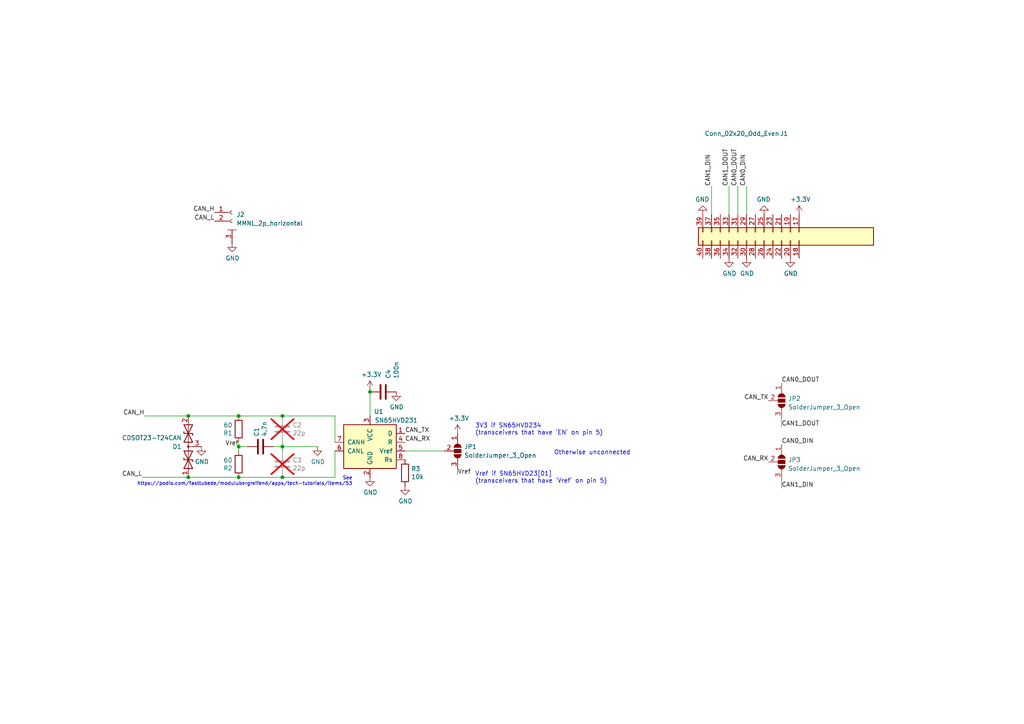
<source format=kicad_sch>
(kicad_sch (version 20230121) (generator eeschema)
  (paper "A4")
  (lib_symbols
    (symbol "Connector_Generic:Conn_02x20_Odd_Even" (pin_names (offset 1.016) hide)
      (property "Reference" "J1" (at -28.575 -0.635 90))
      (property "Value" "Conn_02x20_Odd_Even" (at -28.575 -3.175 90))
      (symbol "Conn_02x20_Odd_Even_1_1"
        (rectangle (start -1.27 -25.273) (end 0 -25.527) (stroke (width 0.1524)))
        (rectangle (start -1.27 -22.733) (end 0 -22.987) (stroke (width 0.1524)))
        (rectangle (start -1.27 -20.193) (end 0 -20.447) (stroke (width 0.1524)))
        (rectangle (start -1.27 -17.653) (end 0 -17.907) (stroke (width 0.1524)))
        (rectangle (start -1.27 -15.113) (end 0 -15.367) (stroke (width 0.1524)))
        (rectangle (start -1.27 -12.573) (end 0 -12.827) (stroke (width 0.1524)))
        (rectangle (start -1.27 -10.033) (end 0 -10.287) (stroke (width 0.1524)))
        (rectangle (start -1.27 -7.493) (end 0 -7.747) (stroke (width 0.1524)))
        (rectangle (start -1.27 -4.953) (end 0 -5.207) (stroke (width 0.1524)))
        (rectangle (start -1.27 -2.413) (end 0 -2.667) (stroke (width 0.1524)))
        (rectangle (start -1.27 0.127) (end 0 -0.127) (stroke (width 0.1524)))
        (rectangle (start -1.27 2.667) (end 0 2.413) (stroke (width 0.1524)))
        (rectangle (start -1.27 24.13) (end 3.81 -26.67) (stroke (width 0.254)) (fill (type background)))
        (rectangle (start 3.81 -25.273) (end 2.54 -25.527) (stroke (width 0.1524)))
        (rectangle (start 3.81 -22.733) (end 2.54 -22.987) (stroke (width 0.1524)))
        (rectangle (start 3.81 -20.193) (end 2.54 -20.447) (stroke (width 0.1524)))
        (rectangle (start 3.81 -17.653) (end 2.54 -17.907) (stroke (width 0.1524)))
        (rectangle (start 3.81 -15.113) (end 2.54 -15.367) (stroke (width 0.1524)))
        (rectangle (start 3.81 -12.573) (end 2.54 -12.827) (stroke (width 0.1524)))
        (rectangle (start 3.81 -10.033) (end 2.54 -10.287) (stroke (width 0.1524)))
        (rectangle (start 3.81 -7.493) (end 2.54 -7.747) (stroke (width 0.1524)))
        (rectangle (start 3.81 -4.953) (end 2.54 -5.207) (stroke (width 0.1524)))
        (rectangle (start 3.81 -2.413) (end 2.54 -2.667) (stroke (width 0.1524)))
        (rectangle (start 3.81 0.127) (end 2.54 -0.127) (stroke (width 0.1524)))
        (rectangle (start 3.81 2.667) (end 2.54 2.413) (stroke (width 0.1524)))
        (pin passive line (at -5.08 2.54 0) (length 3.81) (name "Pin_17") (number "17"))
        (pin passive line (at 7.62 2.54 180) (length 3.81) (name "Pin_18") (number "18"))
        (pin passive line (at -5.08 0 0) (length 3.81) (name "Pin_19") (number "19"))
        (pin passive line (at 7.62 0 180) (length 3.81) (name "Pin_20") (number "20"))
        (pin passive line (at -5.08 -2.54 0) (length 3.81) (name "Pin_21") (number "21"))
        (pin passive line (at 7.62 -2.54 180) (length 3.81) (name "Pin_22") (number "22"))
        (pin passive line (at -5.08 -5.08 0) (length 3.81) (name "Pin_23") (number "23"))
        (pin passive line (at 7.62 -5.08 180) (length 3.81) (name "Pin_24") (number "24"))
        (pin passive line (at -5.08 -7.62 0) (length 3.81) (name "Pin_25") (number "25"))
        (pin passive line (at 7.62 -7.62 180) (length 3.81) (name "Pin_26") (number "26"))
        (pin passive line (at -5.08 -10.16 0) (length 3.81) (name "Pin_27") (number "27"))
        (pin passive line (at 7.62 -10.16 180) (length 3.81) (name "Pin_28") (number "28"))
        (pin passive line (at -5.08 -12.7 0) (length 3.81) (name "Pin_29") (number "29"))
        (pin passive line (at 7.62 -12.7 180) (length 3.81) (name "Pin_30") (number "30"))
        (pin passive line (at -5.08 -15.24 0) (length 3.81) (name "Pin_31") (number "31"))
        (pin passive line (at 7.62 -15.24 180) (length 3.81) (name "Pin_32") (number "32"))
        (pin passive line (at -5.08 -17.78 0) (length 3.81) (name "Pin_33") (number "33"))
        (pin passive line (at 7.62 -17.78 180) (length 3.81) (name "Pin_34") (number "34"))
        (pin passive line (at -5.08 -20.32 0) (length 3.81) (name "Pin_35") (number "35"))
        (pin passive line (at 7.62 -20.32 180) (length 3.81) (name "Pin_36") (number "36"))
        (pin passive line (at -5.08 -22.86 0) (length 3.81) (name "Pin_37") (number "37"))
        (pin passive line (at 7.62 -22.86 180) (length 3.81) (name "Pin_38") (number "38"))
        (pin passive line (at -5.08 -25.4 0) (length 3.81) (name "Pin_39") (number "39"))
        (pin passive line (at 7.62 -25.4 180) (length 3.81) (name "Pin_40") (number "40"))
      )
    )
    (symbol "Device:C" (pin_numbers hide) (pin_names (offset 0.254))
      (property "Reference" "C" (at 0.635 2.54 0))
      (property "Value" "C" (at 0.635 -2.54 0))
      (symbol "C_0_1"
        (polyline (pts (xy -2.032 -0.762) (xy 2.032 -0.762)) (stroke (width 0.508)))
        (polyline (pts (xy -2.032 0.762) (xy 2.032 0.762)) (stroke (width 0.508)))
      )
      (symbol "C_1_1"
        (pin passive line (at 0 3.81 270) (length 2.794) (name "~") (number "1"))
        (pin passive line (at 0 -3.81 90) (length 2.794) (name "~") (number "2"))
      )
    )
    (symbol "Device:D_TVS_Dual_AAC" (pin_names (offset 1.016) hide)
      (property "Reference" "D" (at 0 4.445 0))
      (property "Value" "D_TVS_Dual_AAC" (at 0 2.54 0))
      (symbol "D_TVS_Dual_AAC_0_0"
        (polyline (pts (xy 0 -1.27) (xy 0 0)))
      )
      (symbol "D_TVS_Dual_AAC_0_1"
        (polyline (pts (xy -6.35 0) (xy 6.35 0)))
        (polyline (pts (xy -3.302 1.27) (xy -3.81 1.27) (xy -3.81 -1.27) (xy -4.318 -1.27)) (stroke (width 0.254)))
        (polyline (pts (xy 4.318 1.27) (xy 3.81 1.27) (xy 3.81 -1.27) (xy 3.302 -1.27)) (stroke (width 0.254)))
        (polyline (pts (xy -6.35 1.27) (xy -1.27 -1.27) (xy -1.27 1.27) (xy -6.35 -1.27) (xy -6.35 1.27)) (stroke (width 0.254)))
        (polyline (pts (xy 6.35 1.27) (xy 1.27 -1.27) (xy 1.27 1.27) (xy 6.35 -1.27) (xy 6.35 1.27)) (stroke (width 0.254)))
        (circle (center 0 0) (radius 0.254) (fill (type outline)))
      )
      (symbol "D_TVS_Dual_AAC_1_1"
        (pin passive line (at -8.89 0 0) (length 2.54) (name "A1") (number "1"))
        (pin passive line (at 8.89 0 180) (length 2.54) (name "A2") (number "2"))
        (pin input line (at 0 -3.81 90) (length 2.54) (name "common") (number "3"))
      )
    )
    (symbol "Device:R" (pin_numbers hide) (pin_names (offset 0))
      (property "Reference" "R" (at 2.032 0 90))
      (property "Value" "R" (at 0 0 90))
      (symbol "R_0_1"
        (rectangle (start -1.016 -2.54) (end 1.016 2.54) (stroke (width 0.254)))
      )
      (symbol "R_1_1"
        (pin passive line (at 0 3.81 270) (length 1.27) (name "~") (number "1"))
        (pin passive line (at 0 -3.81 90) (length 1.27) (name "~") (number "2"))
      )
    )
    (symbol "FaSTTUBe_connectors:MMNL_2p_horizontal" (pin_names (offset 1.016) hide)
      (property "Reference" "J2" (at 1.27 -0.635 0))
      (property "Value" "MMNL_2p_horizontal" (at 1.27 -3.175 0))
      (symbol "MMNL_2p_horizontal_0_1"
        (polyline (pts (xy -1.27 -5.08) (xy 1.27 -5.08)))
      )
      (symbol "MMNL_2p_horizontal_1_1"
        (arc (start 0 -2.032) (mid -0.5058 -2.54) (end 0 -3.048) (stroke (width 0.1524)))
        (polyline (pts (xy -1.27 -2.54) (xy -0.508 -2.54)) (stroke (width 0.1524)))
        (polyline (pts (xy -1.27 0) (xy -0.508 0)) (stroke (width 0.1524)))
        (arc (start 0 0.508) (mid -0.5058 0) (end 0 -0.508) (stroke (width 0.1524)))
        (pin bidirectional line (at -5.08 0 0) (length 3.81) (name "Pin_1") (number "1"))
        (pin bidirectional line (at -5.08 -2.54 0) (length 3.81) (name "Pin_2") (number "2"))
        (pin free line (at 0 -8.89 90) (length 3.81) (name "Pin_2") (number "3"))
      )
    )
    (symbol "Interface_CAN_LIN:SN65HVD231" (pin_names (offset 1.016))
      (property "Reference" "U" (at -2.54 10.16 0))
      (property "Value" "SN65HVD231" (at -2.54 7.62 0))
      (symbol "SN65HVD231_0_1"
        (rectangle (start -7.62 5.08) (end 7.62 -7.62) (stroke (width 0.254)) (fill (type background)))
      )
      (symbol "SN65HVD231_1_1"
        (pin input line (at -10.16 2.54 0) (length 2.54) (name "D") (number "1"))
        (pin power_in line (at 0 -10.16 90) (length 2.54) (name "GND") (number "2"))
        (pin power_in line (at 0 7.62 270) (length 2.54) (name "VCC") (number "3"))
        (pin output line (at -10.16 0 0) (length 2.54) (name "R") (number "4"))
        (pin output line (at -10.16 -2.54 0) (length 2.54) (name "Vref") (number "5"))
        (pin bidirectional line (at 10.16 -2.54 180) (length 2.54) (name "CANL") (number "6"))
        (pin bidirectional line (at 10.16 0 180) (length 2.54) (name "CANH") (number "7"))
        (pin input line (at -10.16 -5.08 0) (length 2.54) (name "Rs") (number "8"))
      )
    )
    (symbol "Jumper:SolderJumper_3_Open" (pin_names (offset 0) hide)
      (property "Reference" "JP" (at -2.54 -2.54 0))
      (property "Value" "SolderJumper_3_Open" (at 0 2.794 0))
      (symbol "SolderJumper_3_Open_0_1"
        (arc (start -1.016 1.016) (mid -2.0276 0) (end -1.016 -1.016))
        (arc (start -1.016 1.016) (mid -2.0276 0) (end -1.016 -1.016) (fill (type outline)))
        (rectangle (start -0.508 1.016) (end 0.508 -1.016) (fill (type outline)))
        (polyline (pts (xy -2.54 0) (xy -2.032 0)))
        (polyline (pts (xy -1.016 1.016) (xy -1.016 -1.016)))
        (polyline (pts (xy 0 -1.27) (xy 0 -1.016)))
        (polyline (pts (xy 1.016 1.016) (xy 1.016 -1.016)))
        (polyline (pts (xy 2.54 0) (xy 2.032 0)))
        (arc (start 1.016 -1.016) (mid 2.0276 0) (end 1.016 1.016))
        (arc (start 1.016 -1.016) (mid 2.0276 0) (end 1.016 1.016) (fill (type outline)))
      )
      (symbol "SolderJumper_3_Open_1_1"
        (pin passive line (at -5.08 0 0) (length 2.54) (name "A") (number "1"))
        (pin passive line (at 0 -3.81 90) (length 2.54) (name "C") (number "2"))
        (pin passive line (at 5.08 0 180) (length 2.54) (name "B") (number "3"))
      )
    )
    (symbol "power:+3.3V" (power) (pin_names (offset 0))
      (property "Value" "+3.3V" (at 0 3.556 0))
      (symbol "+3.3V_0_1"
        (polyline (pts (xy -0.762 1.27) (xy 0 2.54)))
        (polyline (pts (xy 0 0) (xy 0 2.54)))
        (polyline (pts (xy 0 2.54) (xy 0.762 1.27)))
      )
      (symbol "+3.3V_1_1"
        (pin power_in line (at 0 0 90) (length 0) hide (name "+3.3V") (number "1"))
      )
    )
    (symbol "power:GND" (power) (pin_names (offset 0))
      (property "Value" "GND" (at 0 -3.81 0))
      (symbol "GND_0_1"
        (polyline (pts (xy 0 0) (xy 0 -1.27) (xy 1.27 -1.27) (xy 0 -2.54) (xy -1.27 -1.27) (xy 0 -1.27)))
      )
      (symbol "GND_1_1"
        (pin power_in line (at 0 0 270) (length 0) hide (name "GND") (number "1"))
      )
    )
  )
  (junction (at 69.215 129.54))
  (junction (at 54.61 138.43))
  (junction (at 81.915 138.43))
  (junction (at 81.915 120.65))
  (junction (at 69.215 138.43))
  (junction (at 81.915 129.54))
  (junction (at 69.215 120.65))
  (junction (at 107.315 113.665))
  (junction (at 54.61 120.65))
  (wire (pts (xy 97.155 120.65) (xy 81.915 120.65)))
  (wire (pts (xy 213.995 53.975) (xy 213.995 62.23)))
  (wire (pts (xy 69.215 128.27) (xy 69.215 129.54)))
  (wire (pts (xy 81.915 128.27) (xy 81.915 129.54)))
  (wire (pts (xy 226.695 139.065) (xy 226.695 141.605)))
  (wire (pts (xy 97.155 120.65) (xy 97.155 128.27)))
  (wire (pts (xy 97.155 130.81) (xy 97.155 138.43)))
  (wire (pts (xy 41.91 120.65) (xy 54.61 120.65)))
  (wire (pts (xy 54.61 138.43) (xy 69.215 138.43)))
  (wire (pts (xy 107.315 113.03) (xy 107.315 113.665)))
  (wire (pts (xy 54.61 120.65) (xy 69.215 120.65)))
  (wire (pts (xy 81.915 129.54) (xy 92.075 129.54)))
  (wire (pts (xy 117.475 130.81) (xy 128.905 130.81)))
  (wire (pts (xy 211.455 53.975) (xy 211.455 62.23)))
  (wire (pts (xy 41.275 138.43) (xy 54.61 138.43)))
  (wire (pts (xy 69.215 138.43) (xy 81.915 138.43)))
  (wire (pts (xy 69.215 120.65) (xy 81.915 120.65)))
  (wire (pts (xy 79.375 129.54) (xy 81.915 129.54)))
  (wire (pts (xy 206.375 53.975) (xy 206.375 62.23)))
  (wire (pts (xy 216.535 53.975) (xy 216.535 62.23)))
  (wire (pts (xy 69.215 129.54) (xy 71.755 129.54)))
  (wire (pts (xy 132.715 135.89) (xy 132.715 137.795)))
  (wire (pts (xy 69.215 130.81) (xy 69.215 129.54)))
  (wire (pts (xy 81.915 130.81) (xy 81.915 129.54)))
  (wire (pts (xy 226.695 121.285) (xy 226.695 123.825)))
  (wire (pts (xy 107.315 113.665) (xy 107.315 120.65)))
  (wire (pts (xy 97.155 138.43) (xy 81.915 138.43)))
  (text "3V3 if SN65HVD234\n(transceivers that have `EN` on pin 5)" (at 137.795 126.365 0) (effects (font (size 1.27 1.27)) (justify left bottom)))
  (text "See\nhttps://podio.com/fasttubede/modulubergreifend/apps/tech-tutorials/items/53" (at 102.235 140.97 0) (effects (font (size 1 1)) (justify right bottom)))
  (text "Otherwise unconnected" (at 160.655 132.08 0) (effects (font (size 1.27 1.27)) (justify left bottom)))
  (text "Vref if SN65HVD23[01]\n(transceivers that have `Vref` on pin 5)" (at 137.795 140.335 0) (effects (font (size 1.27 1.27)) (justify left bottom)))
  (label "CAN0_DOUT" (at 226.695 111.125 0))
  (label "CAN0_DIN" (at 216.535 53.975 90))
  (label "Vref" (at 132.715 137.795 0))
  (label "CAN_L" (at 41.275 138.43 180))
  (label "CAN0_DIN" (at 226.695 128.905 0))
  (label "CAN_RX" (at 117.475 128.27 0))
  (label "CAN_TX" (at 222.885 116.205 180))
  (label "CAN_L" (at 62.23 64.135 180))
  (label "CAN1_DIN" (at 226.695 141.605 0))
  (label "CAN0_DOUT" (at 213.995 53.975 90))
  (label "CAN1_DIN" (at 206.375 53.975 90))
  (label "CAN_RX" (at 222.885 133.985 180))
  (label "CAN1_DOUT" (at 226.695 123.825 0))
  (label "CAN1_DOUT" (at 211.455 53.975 90))
  (label "CAN_TX" (at 117.475 125.73 0))
  (label "CAN_H" (at 62.23 61.595 180))
  (label "CAN_H" (at 41.91 120.65 180))
  (label "Vref" (at 69.215 129.54 180))
  (symbol (lib_id "Device:C") (at 81.915 124.46 0) (unit 1) (dnp yes)
    (property "Reference" "C2" (at 84.836 123.2916 0) (effects (justify left)))
    (property "Value" "22p" (at 84.836 125.603 0) (effects (justify left)))
    (property "Footprint" "Capacitor_SMD:C_0603_1608Metric_Pad1.08x0.95mm_HandSolder" (effects hide))
  )
  (symbol (lib_id "power:GND") (at 229.235 74.93 0) (unit 1)
    (property "Reference" "#PWR012" (effects hide))
    (property "Value" "GND" (at 229.362 79.3242 0))
  )
  (symbol (lib_id "Jumper:SolderJumper_3_Open") (at 226.695 116.205 270) (unit 1)
    (property "Reference" "JP2" (at 228.6 115.57 90) (effects (justify left)))
    (property "Value" "SolderJumper_3_Open" (at 228.6 118.11 90) (effects (justify left)))
    (property "Footprint" "Jumper:SolderJumper-3_P1.3mm_Open_RoundedPad1.0x1.5mm" (effects hide))
  )
  (symbol (lib_id "power:GND") (at 117.475 140.97 0) (unit 1)
    (property "Reference" "#PWR06" (effects hide))
    (property "Value" "GND" (at 117.602 145.3642 0))
  )
  (symbol (lib_id "power:GND") (at 216.535 74.93 0) (unit 1)
    (property "Reference" "#PWR013" (effects hide))
    (property "Value" "GND" (at 216.662 79.3242 0))
  )
  (symbol (lib_id "power:GND") (at 221.615 62.23 180) (unit 1)
    (property "Reference" "#PWR011" (effects hide))
    (property "Value" "GND" (at 221.488 57.8358 0))
  )
  (symbol (lib_id "Device:R") (at 69.215 134.62 180) (unit 1)
    (property "Reference" "R2" (at 67.437 135.7884 0) (effects (justify left)))
    (property "Value" "60" (at 67.437 133.477 0) (effects (justify left)))
    (property "Footprint" "Resistor_SMD:R_0603_1608Metric_Pad0.98x0.95mm_HandSolder" (effects hide))
  )
  (symbol (lib_id "FaSTTUBe_connectors:MMNL_2p_horizontal") (at 67.31 61.595 0) (unit 1)
    (property "Reference" "J2" (at 68.58 62.23 0) (effects (justify left)))
    (property "Value" "MMNL_2p_horizontal" (at 68.58 64.77 0) (effects (justify left)))
    (property "Footprint" "FaSTTUBe_connectors:Micro_Mate-N-Lok_2p_horizontal" (effects hide))
  )
  (symbol (lib_id "Jumper:SolderJumper_3_Open") (at 132.715 130.81 270) (unit 1)
    (property "Reference" "JP1" (at 134.62 129.5399 90) (effects (justify left)))
    (property "Value" "SolderJumper_3_Open" (at 134.62 132.0799 90) (effects (justify left)))
    (property "Footprint" "Jumper:SolderJumper-3_P1.3mm_Open_RoundedPad1.0x1.5mm" (effects hide))
  )
  (symbol (lib_id "power:+3.3V") (at 107.315 113.03 0) (unit 1)
    (property "Reference" "#PWR03" (effects hide))
    (property "Value" "+3.3V" (at 107.696 108.6358 0))
  )
  (symbol (lib_id "power:+3.3V") (at 132.715 125.73 0) (unit 1)
    (property "Reference" "#PWR07" (effects hide))
    (property "Value" "+3.3V" (at 133.096 121.3358 0))
  )
  (symbol (lib_id "Device:R") (at 69.215 124.46 180) (unit 1)
    (property "Reference" "R1" (at 67.437 125.6284 0) (effects (justify left)))
    (property "Value" "60" (at 67.437 123.317 0) (effects (justify left)))
    (property "Footprint" "Resistor_SMD:R_0603_1608Metric_Pad0.98x0.95mm_HandSolder" (effects hide))
  )
  (symbol (lib_id "Device:R") (at 117.475 137.16 0) (unit 1)
    (property "Reference" "R3" (at 119.253 135.9916 0) (effects (justify left)))
    (property "Value" "10k" (at 119.253 138.303 0) (effects (justify left)))
    (property "Footprint" "Resistor_SMD:R_0603_1608Metric_Pad0.98x0.95mm_HandSolder" (effects hide))
  )
  (symbol (lib_id "power:GND") (at 67.31 70.485 0) (unit 1)
    (property "Reference" "#PWR018" (effects hide))
    (property "Value" "GND" (at 67.437 74.8792 0))
  )
  (symbol (lib_id "Connector_Generic:Conn_02x20_Odd_Even") (at 229.235 67.31 270) (unit 1)
    (property "Reference" "J1" (at 228.6 38.735 90) (effects (justify right)))
    (property "Value" "Conn_02x20_Odd_Even" (at 226.06 38.735 90) (effects (justify right)))
    (property "Footprint" "Connector_PinSocket_2.54mm:PinSocket_2x20_P2.54mm_Vertical" (effects hide))
  )
  (symbol (lib_id "power:GND") (at 114.935 113.665 0) (unit 1)
    (property "Reference" "#PWR05" (effects hide))
    (property "Value" "GND" (at 115.062 118.0592 0))
  )
  (symbol (lib_id "Interface_CAN_LIN:SN65HVD231") (at 107.315 128.27 0) (mirror y) (unit 1)
    (property "Reference" "U1" (at 109.855 119.38 0))
    (property "Value" "SN65HVD231" (at 114.935 121.92 0))
    (property "Footprint" "Package_SO:SOIC-8_3.9x4.9mm_P1.27mm" (effects hide))
    (property "Datasheet" "http://www.ti.com/lit/ds/symlink/sn65hvd230.pdf" (effects hide))
  )
  (symbol (lib_id "power:GND") (at 211.455 74.93 0) (unit 1)
    (property "Reference" "#PWR014" (effects hide))
    (property "Value" "GND" (at 211.582 79.3242 0))
  )
  (symbol (lib_id "Device:C") (at 81.915 134.62 0) (unit 1) (dnp yes)
    (property "Reference" "C3" (at 84.836 133.4516 0) (effects (justify left)))
    (property "Value" "22p" (at 84.836 135.763 0) (effects (justify left)))
    (property "Footprint" "Capacitor_SMD:C_0603_1608Metric_Pad1.08x0.95mm_HandSolder" (effects hide))
  )
  (symbol (lib_id "power:GND") (at 58.42 129.54 0) (unit 1)
    (property "Reference" "#PWR01" (effects hide))
    (property "Value" "GND" (at 58.547 133.9342 0))
  )
  (symbol (lib_id "power:GND") (at 107.315 138.43 0) (unit 1)
    (property "Reference" "#PWR04" (effects hide))
    (property "Value" "GND" (at 107.442 142.8242 0))
  )
  (symbol (lib_id "power:+3.3V") (at 231.775 62.23 0) (unit 1)
    (property "Reference" "#PWR08" (effects hide))
    (property "Value" "+3.3V" (at 232.156 57.8358 0))
  )
  (symbol (lib_id "power:GND") (at 203.835 62.23 180) (unit 1)
    (property "Reference" "#PWR010" (effects hide))
    (property "Value" "GND" (at 203.708 57.8358 0))
  )
  (symbol (lib_id "power:GND") (at 92.075 129.54 0) (unit 1)
    (property "Reference" "#PWR02" (effects hide))
    (property "Value" "GND" (at 92.202 133.9342 0))
  )
  (symbol (lib_id "Jumper:SolderJumper_3_Open") (at 226.695 133.985 270) (unit 1)
    (property "Reference" "JP3" (at 228.6 133.35 90) (effects (justify left)))
    (property "Value" "SolderJumper_3_Open" (at 228.6 135.89 90) (effects (justify left)))
    (property "Footprint" "Jumper:SolderJumper-3_P1.3mm_Open_RoundedPad1.0x1.5mm" (effects hide))
  )
  (symbol (lib_id "Device:C") (at 111.125 113.665 90) (unit 1)
    (property "Reference" "C4" (at 112.6236 109.855 0) (effects (justify left)))
    (property "Value" "100n" (at 114.935 109.855 0) (effects (justify left)))
    (property "Footprint" "Capacitor_SMD:C_0603_1608Metric_Pad1.08x0.95mm_HandSolder" (effects hide))
  )
  (symbol (lib_id "Device:D_TVS_Dual_AAC") (at 54.61 129.54 90) (unit 1)
    (property "Reference" "D1" (at 52.705 129.54 90) (effects (justify left)))
    (property "Value" "CDSOT23-T24CAN" (at 52.705 127 90) (effects (justify left)))
    (property "Footprint" "Package_TO_SOT_SMD:SOT-23" (effects hide))
  )
  (symbol (lib_id "Device:C") (at 75.565 129.54 90) (unit 1)
    (property "Reference" "C1" (at 74.3966 126.619 0) (effects (justify left)))
    (property "Value" "4.7n" (at 76.708 126.619 0) (effects (justify left)))
    (property "Footprint" "Capacitor_SMD:C_0603_1608Metric_Pad1.08x0.95mm_HandSolder" (effects hide))
  )
)
</source>
